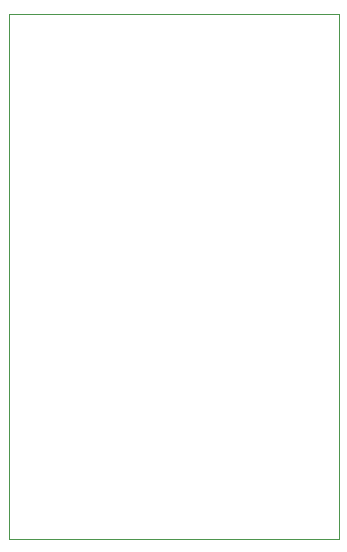
<source format=gbr>
G04 #@! TF.GenerationSoftware,KiCad,Pcbnew,5.1.5+dfsg1-2build2*
G04 #@! TF.CreationDate,2021-03-19T14:08:30-04:00*
G04 #@! TF.ProjectId,hawk,6861776b-2e6b-4696-9361-645f70636258,rev?*
G04 #@! TF.SameCoordinates,Original*
G04 #@! TF.FileFunction,Profile,NP*
%FSLAX46Y46*%
G04 Gerber Fmt 4.6, Leading zero omitted, Abs format (unit mm)*
G04 Created by KiCad (PCBNEW 5.1.5+dfsg1-2build2) date 2021-03-19 14:08:30*
%MOMM*%
%LPD*%
G04 APERTURE LIST*
%ADD10C,0.050000*%
G04 APERTURE END LIST*
D10*
X121920000Y-119380000D02*
X149860000Y-119380000D01*
X149860000Y-74930000D02*
X149860000Y-119380000D01*
X121920000Y-119380000D02*
X121920000Y-74930000D01*
X121920000Y-74930000D02*
X149860000Y-74930000D01*
M02*

</source>
